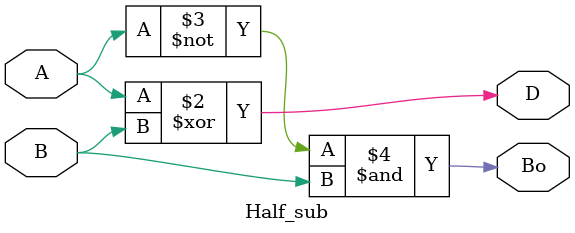
<source format=v>
module Half_sub(A,B,D,Bo);
  input A,B;
  output reg D,Bo;
  
  always@(A or B)
  begin
   D=A^B;
    Bo=~A&B;
  end
endmodule
      
</source>
